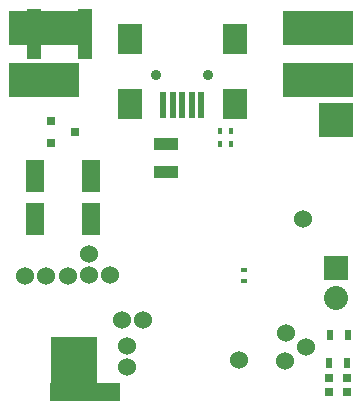
<source format=gbs>
G04 #@! TF.FileFunction,Soldermask,Bot*
%FSLAX46Y46*%
G04 Gerber Fmt 4.6, Leading zero omitted, Abs format (unit mm)*
G04 Created by KiCad (PCBNEW 4.0.2+dfsg1-stable) date Mo 22 Aug 2016 02:39:07 CEST*
%MOMM*%
G01*
G04 APERTURE LIST*
%ADD10C,0.100000*%
%ADD11R,0.797560X0.797560*%
%ADD12R,6.000000X3.000000*%
%ADD13R,1.501140X2.700020*%
%ADD14R,0.800100X0.800100*%
%ADD15R,0.600000X0.400000*%
%ADD16R,0.500380X2.301240*%
%ADD17R,1.998980X2.499360*%
%ADD18C,0.899160*%
%ADD19R,0.400000X0.600000*%
%ADD20R,2.029460X1.140460*%
%ADD21R,1.270000X4.191000*%
%ADD22R,4.000000X4.000000*%
%ADD23R,6.000000X1.500000*%
%ADD24R,3.000000X3.000000*%
%ADD25R,2.032000X2.032000*%
%ADD26O,2.032000X2.032000*%
%ADD27R,0.500000X0.900000*%
%ADD28C,1.524000*%
G04 APERTURE END LIST*
D10*
D11*
X76049300Y-122350000D03*
X74550700Y-122350000D03*
D12*
X73600000Y-97100000D03*
D13*
X54400000Y-105200000D03*
X49599400Y-105200000D03*
D14*
X50999240Y-102450000D03*
X50999240Y-100550000D03*
X52998220Y-101500000D03*
D15*
X67300000Y-113200000D03*
X67300000Y-114100000D03*
D16*
X60499800Y-99249320D03*
X61299900Y-99249320D03*
X62100000Y-99249320D03*
X62900100Y-99249320D03*
X63700200Y-99249320D03*
D17*
X57649920Y-99150260D03*
X57649920Y-93651160D03*
X66550080Y-99150260D03*
X66550080Y-93651160D03*
D18*
X59900360Y-96650900D03*
X64299640Y-96650900D03*
D13*
X49599700Y-108900000D03*
X54400300Y-108900000D03*
D19*
X66200000Y-101400000D03*
X65300000Y-101400000D03*
D20*
X60700000Y-104903960D03*
X60700000Y-102496040D03*
D21*
X53846300Y-93204000D03*
X49553700Y-93204000D03*
D22*
X52900000Y-120800000D03*
D23*
X53900000Y-123550000D03*
D12*
X50400000Y-97100000D03*
D24*
X75100000Y-100500000D03*
D12*
X73600000Y-92700000D03*
X50400000Y-92700000D03*
D25*
X75100000Y-113060000D03*
D26*
X75100000Y-115600000D03*
D27*
X74550000Y-121100000D03*
X76050000Y-121100000D03*
D28*
X54200000Y-111800000D03*
X54200000Y-113600000D03*
X52400000Y-113700000D03*
X58800000Y-117400000D03*
X50600000Y-113700000D03*
X57000000Y-117400000D03*
X48800000Y-113700000D03*
X57400000Y-119600000D03*
X57400000Y-121400000D03*
X56000000Y-113600000D03*
X70900000Y-118500000D03*
X66900000Y-120800000D03*
X72300000Y-108900000D03*
X70800000Y-120900000D03*
X72600000Y-119700000D03*
D11*
X74551400Y-123550000D03*
X76050000Y-123550000D03*
D19*
X66200000Y-102500000D03*
X65300000Y-102500000D03*
D27*
X76100000Y-118700000D03*
X74600000Y-118700000D03*
M02*

</source>
